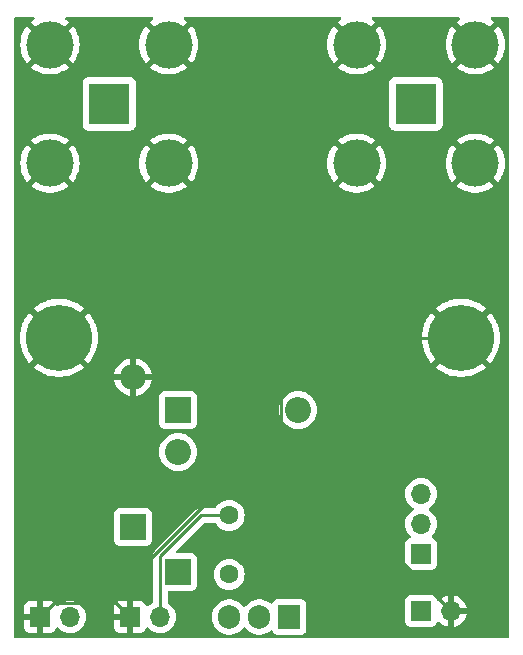
<source format=gbl>
G04 #@! TF.GenerationSoftware,KiCad,Pcbnew,7.0.2*
G04 #@! TF.CreationDate,2024-02-06T18:16:05+01:00*
G04 #@! TF.ProjectId,ebeamMeasurement,65626561-6d4d-4656-9173-7572656d656e,rev?*
G04 #@! TF.SameCoordinates,Original*
G04 #@! TF.FileFunction,Copper,L2,Bot*
G04 #@! TF.FilePolarity,Positive*
%FSLAX46Y46*%
G04 Gerber Fmt 4.6, Leading zero omitted, Abs format (unit mm)*
G04 Created by KiCad (PCBNEW 7.0.2) date 2024-02-06 18:16:05*
%MOMM*%
%LPD*%
G01*
G04 APERTURE LIST*
G04 #@! TA.AperFunction,ComponentPad*
%ADD10C,5.600000*%
G04 #@! TD*
G04 #@! TA.AperFunction,ComponentPad*
%ADD11R,1.905000X2.000000*%
G04 #@! TD*
G04 #@! TA.AperFunction,ComponentPad*
%ADD12O,1.905000X2.000000*%
G04 #@! TD*
G04 #@! TA.AperFunction,ComponentPad*
%ADD13R,1.700000X1.700000*%
G04 #@! TD*
G04 #@! TA.AperFunction,ComponentPad*
%ADD14O,1.700000X1.700000*%
G04 #@! TD*
G04 #@! TA.AperFunction,ComponentPad*
%ADD15R,3.500000X3.500000*%
G04 #@! TD*
G04 #@! TA.AperFunction,ComponentPad*
%ADD16C,4.000000*%
G04 #@! TD*
G04 #@! TA.AperFunction,ComponentPad*
%ADD17C,1.600000*%
G04 #@! TD*
G04 #@! TA.AperFunction,ComponentPad*
%ADD18R,2.200000X2.200000*%
G04 #@! TD*
G04 #@! TA.AperFunction,ComponentPad*
%ADD19O,2.200000X2.200000*%
G04 #@! TD*
G04 #@! TA.AperFunction,ViaPad*
%ADD20C,0.800000*%
G04 #@! TD*
G04 #@! TA.AperFunction,Conductor*
%ADD21C,0.250000*%
G04 #@! TD*
G04 APERTURE END LIST*
D10*
G04 #@! TO.P,REF\u002A\u002A,1*
G04 #@! TO.N,GND*
X50292000Y-65786000D03*
G04 #@! TD*
G04 #@! TO.P,REF\u002A\u002A,1*
G04 #@! TO.N,GND*
X84328000Y-65786000D03*
G04 #@! TD*
D11*
G04 #@! TO.P,U2,1,ADJ*
G04 #@! TO.N,Net-(D2-A)*
X69789000Y-89408000D03*
D12*
G04 #@! TO.P,U2,2,VO*
G04 #@! TO.N,+5V*
X67249000Y-89408000D03*
G04 #@! TO.P,U2,3,VI*
G04 #@! TO.N,Net-(D1-K)*
X64709000Y-89408000D03*
G04 #@! TD*
D13*
G04 #@! TO.P,JP1,1,A*
G04 #@! TO.N,Net-(J5-Pin_1)*
X80960000Y-84074000D03*
D14*
G04 #@! TO.P,JP1,2,C*
G04 #@! TO.N,Net-(JP1-C)*
X80960000Y-81534000D03*
G04 #@! TO.P,JP1,3,B*
G04 #@! TO.N,Net-(D4-A)*
X80960000Y-78994000D03*
G04 #@! TD*
D13*
G04 #@! TO.P,J5,1,Pin_1*
G04 #@! TO.N,Net-(J5-Pin_1)*
X80955000Y-88915000D03*
D14*
G04 #@! TO.P,J5,2,Pin_2*
G04 #@! TO.N,GND*
X83495000Y-88915000D03*
G04 #@! TD*
D13*
G04 #@! TO.P,J4,1,Pin_1*
G04 #@! TO.N,GND*
X48697000Y-89408000D03*
D14*
G04 #@! TO.P,J4,2,Pin_2*
G04 #@! TO.N,+5V*
X51237000Y-89408000D03*
G04 #@! TD*
D13*
G04 #@! TO.P,J3,1,Pin_1*
G04 #@! TO.N,GND*
X56322000Y-89408000D03*
D14*
G04 #@! TO.P,J3,2,Pin_2*
G04 #@! TO.N,VCC*
X58862000Y-89408000D03*
G04 #@! TD*
D15*
G04 #@! TO.P,J2,1,In*
G04 #@! TO.N,Net-(J2-In)*
X80518000Y-45974000D03*
D16*
G04 #@! TO.P,J2,2,Ext*
G04 #@! TO.N,GND*
X75493000Y-50999000D03*
X85543000Y-50999000D03*
X85543000Y-40949000D03*
X75493000Y-40949000D03*
G04 #@! TD*
D15*
G04 #@! TO.P,J1,1,In*
G04 #@! TO.N,Net-(J1-In)*
X54555000Y-45974000D03*
D16*
G04 #@! TO.P,J1,2,Ext*
G04 #@! TO.N,GND*
X49530000Y-50999000D03*
X59580000Y-50999000D03*
X59580000Y-40949000D03*
X49530000Y-40949000D03*
G04 #@! TD*
D17*
G04 #@! TO.P,F1,2*
G04 #@! TO.N,Net-(D1-K)*
X64709000Y-85812000D03*
G04 #@! TO.P,F1,1*
G04 #@! TO.N,VCC*
X64709000Y-80812000D03*
G04 #@! TD*
D18*
G04 #@! TO.P,D3,1,K*
G04 #@! TO.N,Net-(D1-K)*
X56576000Y-81788000D03*
D19*
G04 #@! TO.P,D3,2,A*
G04 #@! TO.N,GND*
X56576000Y-69088000D03*
G04 #@! TD*
D18*
G04 #@! TO.P,D2,1,K*
G04 #@! TO.N,+5V*
X60386000Y-71882000D03*
D19*
G04 #@! TO.P,D2,2,A*
G04 #@! TO.N,Net-(D2-A)*
X70546000Y-71882000D03*
G04 #@! TD*
D18*
G04 #@! TO.P,D1,1,K*
G04 #@! TO.N,Net-(D1-K)*
X60386000Y-85598000D03*
D19*
G04 #@! TO.P,D1,2,A*
G04 #@! TO.N,+5V*
X60386000Y-75438000D03*
G04 #@! TD*
D20*
G04 #@! TO.N,GND*
X70104000Y-68834000D03*
X69088000Y-63500000D03*
X68326000Y-58928000D03*
X68514000Y-83312000D03*
X74102000Y-81534000D03*
G04 #@! TD*
D21*
G04 #@! TO.N,GND*
X50292000Y-65786000D02*
X53594000Y-69088000D01*
X53594000Y-69088000D02*
X56576000Y-69088000D01*
X70104000Y-68834000D02*
X73152000Y-65786000D01*
X73152000Y-65786000D02*
X84328000Y-65786000D01*
X70104000Y-68834000D02*
X69121000Y-69817000D01*
X69121000Y-69817000D02*
X69121000Y-80943745D01*
X69121000Y-80943745D02*
X68514000Y-81550745D01*
X69088000Y-59690000D02*
X69088000Y-63500000D01*
X68326000Y-58928000D02*
X69088000Y-59690000D01*
X68514000Y-83312000D02*
X68514000Y-81550745D01*
X68514000Y-81550745D02*
X65703255Y-78740000D01*
X65703255Y-78740000D02*
X63757604Y-78740000D01*
X63757604Y-78740000D02*
X56322000Y-86175604D01*
X56322000Y-86175604D02*
X56322000Y-89408000D01*
X48697000Y-89408000D02*
X49872000Y-88233000D01*
X49872000Y-88233000D02*
X55147000Y-88233000D01*
X55147000Y-88233000D02*
X56322000Y-89408000D01*
G04 #@! TO.N,VCC*
X58862000Y-89408000D02*
X58862000Y-84272000D01*
X58862000Y-84272000D02*
X62322000Y-80812000D01*
X62322000Y-80812000D02*
X64709000Y-80812000D01*
G04 #@! TO.N,GND*
X76114000Y-81534000D02*
X83495000Y-88915000D01*
X74102000Y-81534000D02*
X76114000Y-81534000D01*
G04 #@! TD*
G04 #@! TA.AperFunction,Conductor*
G04 #@! TO.N,GND*
G36*
X48183812Y-38628185D02*
G01*
X48229567Y-38680989D01*
X48239511Y-38750147D01*
X48210486Y-38813703D01*
X48183669Y-38836804D01*
X48187784Y-38834008D01*
X47944971Y-39010419D01*
X49204052Y-40269501D01*
X49191109Y-40274213D01*
X49044627Y-40370555D01*
X48924312Y-40498082D01*
X48851553Y-40624104D01*
X47594286Y-39366838D01*
X47594285Y-39366838D01*
X47505940Y-39473631D01*
X47501373Y-39479917D01*
X47336987Y-39738948D01*
X47333243Y-39745759D01*
X47202622Y-40023342D01*
X47199759Y-40030573D01*
X47104959Y-40322336D01*
X47103023Y-40329875D01*
X47045538Y-40631220D01*
X47044564Y-40638940D01*
X47025302Y-40945105D01*
X47025302Y-40952894D01*
X47044564Y-41259059D01*
X47045538Y-41266779D01*
X47103023Y-41568124D01*
X47104959Y-41575663D01*
X47199759Y-41867426D01*
X47202622Y-41874657D01*
X47333243Y-42152240D01*
X47336987Y-42159051D01*
X47501368Y-42418075D01*
X47505949Y-42424380D01*
X47594286Y-42531160D01*
X48852804Y-41272642D01*
X48876059Y-41326553D01*
X48980756Y-41467185D01*
X49115062Y-41579882D01*
X49206665Y-41625886D01*
X47944971Y-42887579D01*
X47944972Y-42887580D01*
X48184620Y-43061694D01*
X48191210Y-43065876D01*
X48460032Y-43213662D01*
X48467071Y-43216975D01*
X48752307Y-43329907D01*
X48759702Y-43332310D01*
X49056837Y-43408602D01*
X49064495Y-43410063D01*
X49368846Y-43448511D01*
X49376608Y-43449000D01*
X49683392Y-43449000D01*
X49691153Y-43448511D01*
X49995504Y-43410063D01*
X50003162Y-43408602D01*
X50300297Y-43332310D01*
X50307692Y-43329907D01*
X50592928Y-43216975D01*
X50599967Y-43213662D01*
X50868798Y-43065872D01*
X50875368Y-43061702D01*
X51115026Y-42887579D01*
X51115027Y-42887579D01*
X49855945Y-41628498D01*
X49868891Y-41623787D01*
X50015373Y-41527445D01*
X50135688Y-41399918D01*
X50208447Y-41273894D01*
X51465712Y-42531160D01*
X51554054Y-42424374D01*
X51558630Y-42418076D01*
X51723012Y-42159051D01*
X51726756Y-42152240D01*
X51857377Y-41874657D01*
X51860240Y-41867426D01*
X51955040Y-41575663D01*
X51956976Y-41568124D01*
X52014461Y-41266779D01*
X52015435Y-41259059D01*
X52034698Y-40952894D01*
X52034698Y-40945105D01*
X52015435Y-40638940D01*
X52014461Y-40631220D01*
X51956976Y-40329875D01*
X51955040Y-40322336D01*
X51860240Y-40030573D01*
X51857377Y-40023342D01*
X51726756Y-39745759D01*
X51723012Y-39738948D01*
X51558631Y-39479924D01*
X51554050Y-39473619D01*
X51465712Y-39366838D01*
X50207195Y-40625356D01*
X50183941Y-40571447D01*
X50079244Y-40430815D01*
X49944938Y-40318118D01*
X49853333Y-40272112D01*
X51115027Y-39010419D01*
X51115026Y-39010418D01*
X50872216Y-38834007D01*
X50876611Y-38836994D01*
X50830734Y-38784667D01*
X50820389Y-38715567D01*
X50849043Y-38651844D01*
X50907601Y-38613728D01*
X50943227Y-38608500D01*
X58166773Y-38608500D01*
X58233812Y-38628185D01*
X58279567Y-38680989D01*
X58289511Y-38750147D01*
X58260486Y-38813703D01*
X58233669Y-38836804D01*
X58237784Y-38834008D01*
X57994971Y-39010419D01*
X59254052Y-40269501D01*
X59241109Y-40274213D01*
X59094627Y-40370555D01*
X58974312Y-40498082D01*
X58901553Y-40624105D01*
X57644286Y-39366838D01*
X57644285Y-39366838D01*
X57555940Y-39473631D01*
X57551373Y-39479917D01*
X57386987Y-39738948D01*
X57383243Y-39745759D01*
X57252622Y-40023342D01*
X57249759Y-40030573D01*
X57154959Y-40322336D01*
X57153023Y-40329875D01*
X57095538Y-40631220D01*
X57094564Y-40638940D01*
X57075302Y-40945105D01*
X57075302Y-40952894D01*
X57094564Y-41259059D01*
X57095538Y-41266779D01*
X57153023Y-41568124D01*
X57154959Y-41575663D01*
X57249759Y-41867426D01*
X57252622Y-41874657D01*
X57383243Y-42152240D01*
X57386987Y-42159051D01*
X57551368Y-42418075D01*
X57555949Y-42424380D01*
X57644286Y-42531160D01*
X58902804Y-41272642D01*
X58926059Y-41326553D01*
X59030756Y-41467185D01*
X59165062Y-41579882D01*
X59256665Y-41625886D01*
X57994971Y-42887579D01*
X57994972Y-42887580D01*
X58234620Y-43061694D01*
X58241210Y-43065876D01*
X58510032Y-43213662D01*
X58517071Y-43216975D01*
X58802307Y-43329907D01*
X58809702Y-43332310D01*
X59106837Y-43408602D01*
X59114495Y-43410063D01*
X59418846Y-43448511D01*
X59426608Y-43449000D01*
X59733392Y-43449000D01*
X59741153Y-43448511D01*
X60045504Y-43410063D01*
X60053162Y-43408602D01*
X60350297Y-43332310D01*
X60357692Y-43329907D01*
X60642928Y-43216975D01*
X60649967Y-43213662D01*
X60918798Y-43065872D01*
X60925368Y-43061702D01*
X61165026Y-42887579D01*
X61165027Y-42887579D01*
X59905945Y-41628498D01*
X59918891Y-41623787D01*
X60065373Y-41527445D01*
X60185688Y-41399918D01*
X60258446Y-41273894D01*
X61515712Y-42531160D01*
X61604054Y-42424374D01*
X61608630Y-42418076D01*
X61773012Y-42159051D01*
X61776756Y-42152240D01*
X61907377Y-41874657D01*
X61910240Y-41867426D01*
X62005040Y-41575663D01*
X62006976Y-41568124D01*
X62064461Y-41266779D01*
X62065435Y-41259059D01*
X62084698Y-40952894D01*
X62084698Y-40945105D01*
X62065435Y-40638940D01*
X62064461Y-40631220D01*
X62006976Y-40329875D01*
X62005040Y-40322336D01*
X61910240Y-40030573D01*
X61907377Y-40023342D01*
X61776756Y-39745759D01*
X61773012Y-39738948D01*
X61608631Y-39479924D01*
X61604050Y-39473619D01*
X61515712Y-39366838D01*
X60257195Y-40625355D01*
X60233941Y-40571447D01*
X60129244Y-40430815D01*
X59994938Y-40318118D01*
X59903333Y-40272112D01*
X61165027Y-39010419D01*
X61165026Y-39010418D01*
X60922216Y-38834007D01*
X60926611Y-38836994D01*
X60880734Y-38784667D01*
X60870389Y-38715567D01*
X60899043Y-38651844D01*
X60957601Y-38613728D01*
X60993227Y-38608500D01*
X74079773Y-38608500D01*
X74146812Y-38628185D01*
X74192567Y-38680989D01*
X74202511Y-38750147D01*
X74173486Y-38813703D01*
X74146669Y-38836804D01*
X74150784Y-38834008D01*
X73907971Y-39010419D01*
X75167054Y-40269501D01*
X75154109Y-40274213D01*
X75007627Y-40370555D01*
X74887312Y-40498082D01*
X74814553Y-40624105D01*
X73557286Y-39366838D01*
X73557285Y-39366838D01*
X73468940Y-39473631D01*
X73464373Y-39479917D01*
X73299987Y-39738948D01*
X73296243Y-39745759D01*
X73165622Y-40023342D01*
X73162759Y-40030573D01*
X73067959Y-40322336D01*
X73066023Y-40329875D01*
X73008538Y-40631220D01*
X73007564Y-40638940D01*
X72988302Y-40945105D01*
X72988302Y-40952894D01*
X73007564Y-41259059D01*
X73008538Y-41266779D01*
X73066023Y-41568124D01*
X73067959Y-41575663D01*
X73162759Y-41867426D01*
X73165622Y-41874657D01*
X73296243Y-42152240D01*
X73299987Y-42159051D01*
X73464368Y-42418075D01*
X73468949Y-42424380D01*
X73557286Y-42531160D01*
X74815804Y-41272642D01*
X74839059Y-41326553D01*
X74943756Y-41467185D01*
X75078062Y-41579882D01*
X75169665Y-41625886D01*
X73907971Y-42887579D01*
X73907972Y-42887580D01*
X74147620Y-43061694D01*
X74154210Y-43065876D01*
X74423032Y-43213662D01*
X74430071Y-43216975D01*
X74715307Y-43329907D01*
X74722702Y-43332310D01*
X75019837Y-43408602D01*
X75027495Y-43410063D01*
X75331846Y-43448511D01*
X75339608Y-43449000D01*
X75646392Y-43449000D01*
X75654153Y-43448511D01*
X75958504Y-43410063D01*
X75966162Y-43408602D01*
X76263297Y-43332310D01*
X76270692Y-43329907D01*
X76555928Y-43216975D01*
X76562967Y-43213662D01*
X76831798Y-43065872D01*
X76838368Y-43061702D01*
X77078026Y-42887579D01*
X77078027Y-42887579D01*
X75818945Y-41628498D01*
X75831891Y-41623787D01*
X75978373Y-41527445D01*
X76098688Y-41399918D01*
X76171447Y-41273894D01*
X77428712Y-42531160D01*
X77517054Y-42424374D01*
X77521630Y-42418076D01*
X77686012Y-42159051D01*
X77689756Y-42152240D01*
X77820377Y-41874657D01*
X77823240Y-41867426D01*
X77918040Y-41575663D01*
X77919976Y-41568124D01*
X77977461Y-41266779D01*
X77978435Y-41259059D01*
X77997698Y-40952894D01*
X77997698Y-40945105D01*
X77978435Y-40638940D01*
X77977461Y-40631220D01*
X77919976Y-40329875D01*
X77918040Y-40322336D01*
X77823240Y-40030573D01*
X77820377Y-40023342D01*
X77689756Y-39745759D01*
X77686012Y-39738948D01*
X77521631Y-39479924D01*
X77517050Y-39473619D01*
X77428712Y-39366838D01*
X76170195Y-40625356D01*
X76146941Y-40571447D01*
X76042244Y-40430815D01*
X75907938Y-40318118D01*
X75816334Y-40272113D01*
X77078027Y-39010419D01*
X77078026Y-39010418D01*
X76835216Y-38834007D01*
X76839611Y-38836994D01*
X76793734Y-38784667D01*
X76783389Y-38715567D01*
X76812043Y-38651844D01*
X76870601Y-38613728D01*
X76906227Y-38608500D01*
X84129773Y-38608500D01*
X84196812Y-38628185D01*
X84242567Y-38680989D01*
X84252511Y-38750147D01*
X84223486Y-38813703D01*
X84196669Y-38836804D01*
X84200784Y-38834008D01*
X83957971Y-39010419D01*
X85217054Y-40269501D01*
X85204109Y-40274213D01*
X85057627Y-40370555D01*
X84937312Y-40498082D01*
X84864553Y-40624105D01*
X83607286Y-39366838D01*
X83607285Y-39366838D01*
X83518940Y-39473631D01*
X83514373Y-39479917D01*
X83349987Y-39738948D01*
X83346243Y-39745759D01*
X83215622Y-40023342D01*
X83212759Y-40030573D01*
X83117959Y-40322336D01*
X83116023Y-40329875D01*
X83058538Y-40631220D01*
X83057564Y-40638940D01*
X83038302Y-40945105D01*
X83038302Y-40952894D01*
X83057564Y-41259059D01*
X83058538Y-41266779D01*
X83116023Y-41568124D01*
X83117959Y-41575663D01*
X83212759Y-41867426D01*
X83215622Y-41874657D01*
X83346243Y-42152240D01*
X83349987Y-42159051D01*
X83514368Y-42418075D01*
X83518949Y-42424380D01*
X83607286Y-42531160D01*
X84865804Y-41272642D01*
X84889059Y-41326553D01*
X84993756Y-41467185D01*
X85128062Y-41579882D01*
X85219665Y-41625886D01*
X83957971Y-42887579D01*
X83957972Y-42887580D01*
X84197620Y-43061694D01*
X84204210Y-43065876D01*
X84473032Y-43213662D01*
X84480071Y-43216975D01*
X84765307Y-43329907D01*
X84772702Y-43332310D01*
X85069837Y-43408602D01*
X85077495Y-43410063D01*
X85381846Y-43448511D01*
X85389608Y-43449000D01*
X85696392Y-43449000D01*
X85704153Y-43448511D01*
X86008504Y-43410063D01*
X86016162Y-43408602D01*
X86313297Y-43332310D01*
X86320692Y-43329907D01*
X86605928Y-43216975D01*
X86612967Y-43213662D01*
X86881798Y-43065872D01*
X86888368Y-43061702D01*
X87128026Y-42887579D01*
X87128027Y-42887579D01*
X85868945Y-41628498D01*
X85881891Y-41623787D01*
X86028373Y-41527445D01*
X86148688Y-41399918D01*
X86221446Y-41273894D01*
X87478712Y-42531160D01*
X87567054Y-42424374D01*
X87571630Y-42418076D01*
X87736012Y-42159051D01*
X87739756Y-42152240D01*
X87870377Y-41874657D01*
X87873240Y-41867426D01*
X87968040Y-41575663D01*
X87969976Y-41568124D01*
X88027461Y-41266779D01*
X88028435Y-41259059D01*
X88047698Y-40952894D01*
X88047698Y-40945105D01*
X88028435Y-40638940D01*
X88027461Y-40631220D01*
X87969976Y-40329875D01*
X87968040Y-40322336D01*
X87873240Y-40030573D01*
X87870377Y-40023342D01*
X87739756Y-39745759D01*
X87736012Y-39738948D01*
X87571631Y-39479924D01*
X87567050Y-39473619D01*
X87478712Y-39366838D01*
X86220195Y-40625355D01*
X86196941Y-40571447D01*
X86092244Y-40430815D01*
X85957938Y-40318118D01*
X85866334Y-40272113D01*
X87128027Y-39010419D01*
X87128026Y-39010418D01*
X86885216Y-38834007D01*
X86889611Y-38836994D01*
X86843734Y-38784667D01*
X86833389Y-38715567D01*
X86862043Y-38651844D01*
X86920601Y-38613728D01*
X86956227Y-38608500D01*
X88267500Y-38608500D01*
X88334539Y-38628185D01*
X88380294Y-38680989D01*
X88391500Y-38732500D01*
X88391500Y-91061500D01*
X88371815Y-91128539D01*
X88319011Y-91174294D01*
X88267500Y-91185500D01*
X46606500Y-91185500D01*
X46539461Y-91165815D01*
X46493706Y-91113011D01*
X46482500Y-91061500D01*
X46482500Y-90302518D01*
X47347000Y-90302518D01*
X47347354Y-90309132D01*
X47353400Y-90365371D01*
X47403647Y-90500089D01*
X47489811Y-90615188D01*
X47604910Y-90701352D01*
X47739628Y-90751599D01*
X47795867Y-90757645D01*
X47802482Y-90758000D01*
X48447000Y-90758000D01*
X48447000Y-89843501D01*
X48554685Y-89892680D01*
X48661237Y-89908000D01*
X48732763Y-89908000D01*
X48839315Y-89892680D01*
X48947000Y-89843501D01*
X48947000Y-90758000D01*
X49591518Y-90758000D01*
X49598132Y-90757645D01*
X49654371Y-90751599D01*
X49789089Y-90701352D01*
X49904188Y-90615188D01*
X49990352Y-90500089D01*
X50039422Y-90368528D01*
X50081294Y-90312595D01*
X50146758Y-90288178D01*
X50215031Y-90303030D01*
X50243285Y-90324181D01*
X50365599Y-90446495D01*
X50559170Y-90582035D01*
X50773337Y-90681903D01*
X51001592Y-90743063D01*
X51237000Y-90763659D01*
X51472408Y-90743063D01*
X51700663Y-90681903D01*
X51914830Y-90582035D01*
X52108401Y-90446495D01*
X52252378Y-90302518D01*
X54972000Y-90302518D01*
X54972354Y-90309132D01*
X54978400Y-90365371D01*
X55028647Y-90500089D01*
X55114811Y-90615188D01*
X55229910Y-90701352D01*
X55364628Y-90751599D01*
X55420867Y-90757645D01*
X55427482Y-90758000D01*
X56072000Y-90758000D01*
X56072000Y-89843501D01*
X56179685Y-89892680D01*
X56286237Y-89908000D01*
X56357763Y-89908000D01*
X56464315Y-89892680D01*
X56572000Y-89843501D01*
X56572000Y-90758000D01*
X57216518Y-90758000D01*
X57223132Y-90757645D01*
X57279371Y-90751599D01*
X57414089Y-90701352D01*
X57529188Y-90615188D01*
X57615352Y-90500089D01*
X57664422Y-90368528D01*
X57706294Y-90312595D01*
X57771758Y-90288178D01*
X57840031Y-90303030D01*
X57868285Y-90324181D01*
X57990599Y-90446495D01*
X58184170Y-90582035D01*
X58398337Y-90681903D01*
X58626592Y-90743063D01*
X58862000Y-90763659D01*
X59097408Y-90743063D01*
X59325663Y-90681903D01*
X59539830Y-90582035D01*
X59733401Y-90446495D01*
X59900495Y-90279401D01*
X60036035Y-90085830D01*
X60135903Y-89871663D01*
X60197063Y-89643408D01*
X60208245Y-89515600D01*
X63256000Y-89515600D01*
X63264472Y-89617844D01*
X63270905Y-89695477D01*
X63330017Y-89928906D01*
X63398851Y-90085830D01*
X63426745Y-90149422D01*
X63558449Y-90351010D01*
X63721537Y-90528171D01*
X63911561Y-90676072D01*
X64123336Y-90790679D01*
X64351087Y-90868866D01*
X64588601Y-90908500D01*
X64829399Y-90908500D01*
X65066913Y-90868866D01*
X65294664Y-90790679D01*
X65506439Y-90676072D01*
X65696463Y-90528171D01*
X65859551Y-90351010D01*
X65875191Y-90327070D01*
X65928337Y-90281714D01*
X65997569Y-90272290D01*
X66060905Y-90301792D01*
X66082808Y-90327070D01*
X66098449Y-90351010D01*
X66261537Y-90528171D01*
X66451561Y-90676072D01*
X66663336Y-90790679D01*
X66891087Y-90868866D01*
X67128601Y-90908500D01*
X67369399Y-90908500D01*
X67606913Y-90868866D01*
X67834664Y-90790679D01*
X68046439Y-90676072D01*
X68188930Y-90565166D01*
X68253924Y-90539524D01*
X68322464Y-90553090D01*
X68372788Y-90601559D01*
X68381273Y-90619685D01*
X68392702Y-90650328D01*
X68392703Y-90650330D01*
X68392704Y-90650331D01*
X68478954Y-90765546D01*
X68594169Y-90851796D01*
X68729017Y-90902091D01*
X68788627Y-90908500D01*
X70789372Y-90908499D01*
X70848983Y-90902091D01*
X70983831Y-90851796D01*
X71099046Y-90765546D01*
X71185296Y-90650331D01*
X71235591Y-90515483D01*
X71242000Y-90455873D01*
X71242000Y-89809578D01*
X79604500Y-89809578D01*
X79604501Y-89812872D01*
X79604853Y-89816152D01*
X79604854Y-89816159D01*
X79610821Y-89871662D01*
X79610909Y-89872483D01*
X79661204Y-90007331D01*
X79747454Y-90122546D01*
X79862669Y-90208796D01*
X79997517Y-90259091D01*
X80057127Y-90265500D01*
X81852872Y-90265499D01*
X81912483Y-90259091D01*
X82047331Y-90208796D01*
X82162546Y-90122546D01*
X82248796Y-90007331D01*
X82298003Y-89875399D01*
X82339873Y-89819467D01*
X82405337Y-89795050D01*
X82473610Y-89809901D01*
X82501865Y-89831053D01*
X82623918Y-89953106D01*
X82817423Y-90088600D01*
X83031509Y-90188430D01*
X83245000Y-90245634D01*
X83245000Y-89350501D01*
X83352685Y-89399680D01*
X83459237Y-89415000D01*
X83530763Y-89415000D01*
X83637315Y-89399680D01*
X83745000Y-89350501D01*
X83745000Y-90245633D01*
X83958490Y-90188430D01*
X84172576Y-90088600D01*
X84366081Y-89953106D01*
X84533106Y-89786081D01*
X84668600Y-89592576D01*
X84768430Y-89378492D01*
X84825636Y-89165000D01*
X83928686Y-89165000D01*
X83954493Y-89124844D01*
X83995000Y-88986889D01*
X83995000Y-88843111D01*
X83954493Y-88705156D01*
X83928686Y-88665000D01*
X84825636Y-88665000D01*
X84825635Y-88664999D01*
X84768430Y-88451507D01*
X84668599Y-88237421D01*
X84533109Y-88043921D01*
X84366081Y-87876893D01*
X84172576Y-87741399D01*
X83958492Y-87641569D01*
X83745000Y-87584364D01*
X83745000Y-88479498D01*
X83637315Y-88430320D01*
X83530763Y-88415000D01*
X83459237Y-88415000D01*
X83352685Y-88430320D01*
X83245000Y-88479498D01*
X83245000Y-87584364D01*
X83244999Y-87584364D01*
X83031507Y-87641569D01*
X82817421Y-87741400D01*
X82623924Y-87876888D01*
X82501865Y-87998947D01*
X82440542Y-88032431D01*
X82370850Y-88027447D01*
X82314917Y-87985575D01*
X82298002Y-87954598D01*
X82282826Y-87913909D01*
X82248796Y-87822669D01*
X82162546Y-87707454D01*
X82047331Y-87621204D01*
X81912483Y-87570909D01*
X81852873Y-87564500D01*
X81849550Y-87564500D01*
X80060439Y-87564500D01*
X80060420Y-87564500D01*
X80057128Y-87564501D01*
X80053848Y-87564853D01*
X80053840Y-87564854D01*
X79997515Y-87570909D01*
X79862669Y-87621204D01*
X79747454Y-87707454D01*
X79661204Y-87822668D01*
X79610909Y-87957516D01*
X79606455Y-87998947D01*
X79604500Y-88017127D01*
X79604500Y-88020448D01*
X79604500Y-88020449D01*
X79604500Y-89809560D01*
X79604500Y-89809578D01*
X71242000Y-89809578D01*
X71241999Y-88360128D01*
X71235591Y-88300517D01*
X71185296Y-88165669D01*
X71099046Y-88050454D01*
X70983831Y-87964204D01*
X70848983Y-87913909D01*
X70789373Y-87907500D01*
X70786050Y-87907500D01*
X68791939Y-87907500D01*
X68791920Y-87907500D01*
X68788628Y-87907501D01*
X68785348Y-87907853D01*
X68785340Y-87907854D01*
X68729015Y-87913909D01*
X68594169Y-87964204D01*
X68478954Y-88050454D01*
X68392703Y-88165670D01*
X68381273Y-88196315D01*
X68339400Y-88252248D01*
X68273936Y-88276663D01*
X68205663Y-88261810D01*
X68188930Y-88250833D01*
X68171698Y-88237421D01*
X68046439Y-88139928D01*
X67834664Y-88025321D01*
X67834660Y-88025319D01*
X67834659Y-88025319D01*
X67606915Y-87947134D01*
X67369399Y-87907500D01*
X67128601Y-87907500D01*
X66891084Y-87947134D01*
X66663340Y-88025319D01*
X66663336Y-88025320D01*
X66663336Y-88025321D01*
X66522152Y-88101725D01*
X66451559Y-88139929D01*
X66261536Y-88287829D01*
X66098445Y-88464994D01*
X66082805Y-88488932D01*
X66029657Y-88534287D01*
X65960426Y-88543708D01*
X65897091Y-88514204D01*
X65875192Y-88488930D01*
X65859551Y-88464990D01*
X65696463Y-88287829D01*
X65506439Y-88139928D01*
X65294664Y-88025321D01*
X65294660Y-88025319D01*
X65294659Y-88025319D01*
X65066915Y-87947134D01*
X64829399Y-87907500D01*
X64588601Y-87907500D01*
X64351084Y-87947134D01*
X64123340Y-88025319D01*
X64123336Y-88025320D01*
X64123336Y-88025321D01*
X63982152Y-88101725D01*
X63911559Y-88139929D01*
X63721536Y-88287829D01*
X63558448Y-88464991D01*
X63426745Y-88666577D01*
X63330017Y-88887093D01*
X63270905Y-89120522D01*
X63265445Y-89186411D01*
X63256000Y-89300400D01*
X63256000Y-89515600D01*
X60208245Y-89515600D01*
X60217659Y-89408000D01*
X60197063Y-89172592D01*
X60135903Y-88944337D01*
X60036035Y-88730171D01*
X59900495Y-88536599D01*
X59733401Y-88369505D01*
X59540374Y-88234346D01*
X59496752Y-88179771D01*
X59487500Y-88132773D01*
X59487500Y-87322499D01*
X59507185Y-87255460D01*
X59559989Y-87209705D01*
X59611500Y-87198499D01*
X61530561Y-87198499D01*
X61533872Y-87198499D01*
X61593483Y-87192091D01*
X61728331Y-87141796D01*
X61843546Y-87055546D01*
X61929796Y-86940331D01*
X61980091Y-86805483D01*
X61986500Y-86745873D01*
X61986500Y-85812000D01*
X63403531Y-85812000D01*
X63423364Y-86038689D01*
X63482261Y-86258497D01*
X63578432Y-86464735D01*
X63708953Y-86651140D01*
X63869859Y-86812046D01*
X64056264Y-86942567D01*
X64056265Y-86942567D01*
X64056266Y-86942568D01*
X64262504Y-87038739D01*
X64482308Y-87097635D01*
X64633436Y-87110856D01*
X64708999Y-87117468D01*
X64708999Y-87117467D01*
X64709000Y-87117468D01*
X64935692Y-87097635D01*
X65155496Y-87038739D01*
X65361734Y-86942568D01*
X65548139Y-86812047D01*
X65709047Y-86651139D01*
X65839568Y-86464734D01*
X65935739Y-86258496D01*
X65994635Y-86038692D01*
X66014468Y-85812000D01*
X65994635Y-85585308D01*
X65935739Y-85365504D01*
X65839568Y-85159266D01*
X65750095Y-85031483D01*
X65709046Y-84972859D01*
X65548140Y-84811953D01*
X65361735Y-84681432D01*
X65155497Y-84585261D01*
X64935689Y-84526364D01*
X64708999Y-84506531D01*
X64482310Y-84526364D01*
X64262502Y-84585261D01*
X64056264Y-84681432D01*
X63869859Y-84811953D01*
X63708953Y-84972859D01*
X63578432Y-85159264D01*
X63482261Y-85365502D01*
X63423364Y-85585310D01*
X63403531Y-85812000D01*
X61986500Y-85812000D01*
X61986499Y-84450128D01*
X61980091Y-84390517D01*
X61929796Y-84255669D01*
X61843546Y-84140454D01*
X61728331Y-84054204D01*
X61593483Y-84003909D01*
X61533873Y-83997500D01*
X61530551Y-83997500D01*
X60320451Y-83997500D01*
X60253412Y-83977815D01*
X60207657Y-83925011D01*
X60197713Y-83855853D01*
X60226738Y-83792297D01*
X60232770Y-83785819D01*
X60686794Y-83331796D01*
X62544771Y-81473819D01*
X62606095Y-81440334D01*
X62632453Y-81437500D01*
X63494812Y-81437500D01*
X63561851Y-81457185D01*
X63596387Y-81490377D01*
X63708953Y-81651140D01*
X63869859Y-81812046D01*
X64056264Y-81942567D01*
X64056265Y-81942567D01*
X64056266Y-81942568D01*
X64262504Y-82038739D01*
X64482308Y-82097635D01*
X64633435Y-82110856D01*
X64708999Y-82117468D01*
X64708999Y-82117467D01*
X64709000Y-82117468D01*
X64935692Y-82097635D01*
X65155496Y-82038739D01*
X65361734Y-81942568D01*
X65548139Y-81812047D01*
X65709047Y-81651139D01*
X65791069Y-81533999D01*
X79604340Y-81533999D01*
X79624936Y-81769407D01*
X79669709Y-81936502D01*
X79686097Y-81997663D01*
X79785965Y-82211830D01*
X79921505Y-82405401D01*
X79921508Y-82405404D01*
X80043430Y-82527326D01*
X80076915Y-82588649D01*
X80071931Y-82658341D01*
X80030059Y-82714274D01*
X79999083Y-82731189D01*
X79867669Y-82780204D01*
X79752454Y-82866454D01*
X79666204Y-82981668D01*
X79615910Y-83116515D01*
X79615909Y-83116517D01*
X79609500Y-83176127D01*
X79609500Y-83179448D01*
X79609500Y-83179449D01*
X79609500Y-84968560D01*
X79609500Y-84968578D01*
X79609501Y-84971872D01*
X79615909Y-85031483D01*
X79666204Y-85166331D01*
X79752454Y-85281546D01*
X79867669Y-85367796D01*
X80002517Y-85418091D01*
X80062127Y-85424500D01*
X81857872Y-85424499D01*
X81917483Y-85418091D01*
X82052331Y-85367796D01*
X82167546Y-85281546D01*
X82253796Y-85166331D01*
X82304091Y-85031483D01*
X82310500Y-84971873D01*
X82310499Y-83176128D01*
X82304091Y-83116517D01*
X82253796Y-82981669D01*
X82167546Y-82866454D01*
X82052331Y-82780204D01*
X81990898Y-82757291D01*
X81920916Y-82731189D01*
X81864983Y-82689317D01*
X81840566Y-82623853D01*
X81855418Y-82555580D01*
X81876563Y-82527332D01*
X81998495Y-82405401D01*
X82134035Y-82211830D01*
X82233903Y-81997663D01*
X82295063Y-81769408D01*
X82315659Y-81534000D01*
X82295063Y-81298592D01*
X82233903Y-81070337D01*
X82134035Y-80856171D01*
X81998495Y-80662599D01*
X81831401Y-80495505D01*
X81645839Y-80365573D01*
X81602216Y-80310998D01*
X81595022Y-80241500D01*
X81626545Y-80179145D01*
X81645837Y-80162428D01*
X81831401Y-80032495D01*
X81998495Y-79865401D01*
X82134035Y-79671830D01*
X82233903Y-79457663D01*
X82295063Y-79229408D01*
X82315659Y-78994000D01*
X82295063Y-78758592D01*
X82233903Y-78530337D01*
X82134035Y-78316171D01*
X81998495Y-78122599D01*
X81831401Y-77955505D01*
X81637830Y-77819965D01*
X81423663Y-77720097D01*
X81362502Y-77703709D01*
X81195407Y-77658936D01*
X80960000Y-77638340D01*
X80724592Y-77658936D01*
X80496336Y-77720097D01*
X80282170Y-77819965D01*
X80088598Y-77955505D01*
X79921505Y-78122598D01*
X79785965Y-78316170D01*
X79686097Y-78530336D01*
X79624936Y-78758592D01*
X79604340Y-78993999D01*
X79624936Y-79229407D01*
X79669709Y-79396501D01*
X79686097Y-79457663D01*
X79785965Y-79671830D01*
X79921505Y-79865401D01*
X80088599Y-80032495D01*
X80274160Y-80162426D01*
X80317783Y-80217002D01*
X80324976Y-80286501D01*
X80293454Y-80348855D01*
X80274158Y-80365575D01*
X80159773Y-80445669D01*
X80088595Y-80495508D01*
X79921505Y-80662598D01*
X79785965Y-80856170D01*
X79686097Y-81070336D01*
X79624936Y-81298592D01*
X79604340Y-81533999D01*
X65791069Y-81533999D01*
X65839568Y-81464734D01*
X65935739Y-81258496D01*
X65994635Y-81038692D01*
X66014468Y-80812000D01*
X65994635Y-80585308D01*
X65935739Y-80365504D01*
X65839568Y-80159266D01*
X65709047Y-79972861D01*
X65709046Y-79972859D01*
X65548140Y-79811953D01*
X65361735Y-79681432D01*
X65155497Y-79585261D01*
X64935689Y-79526364D01*
X64709000Y-79506531D01*
X64482310Y-79526364D01*
X64262502Y-79585261D01*
X64056264Y-79681432D01*
X63869859Y-79811953D01*
X63708953Y-79972859D01*
X63596387Y-80133623D01*
X63541811Y-80177248D01*
X63494812Y-80186500D01*
X62404744Y-80186500D01*
X62384237Y-80184235D01*
X62314127Y-80186439D01*
X62310232Y-80186500D01*
X62282650Y-80186500D01*
X62278805Y-80186985D01*
X62278780Y-80186987D01*
X62278653Y-80187004D01*
X62267033Y-80187918D01*
X62223369Y-80189290D01*
X62204129Y-80194880D01*
X62185081Y-80198825D01*
X62165209Y-80201335D01*
X62124599Y-80217413D01*
X62113554Y-80221194D01*
X62071610Y-80233381D01*
X62054365Y-80243579D01*
X62036904Y-80252133D01*
X62018267Y-80259512D01*
X61982931Y-80285185D01*
X61973174Y-80291595D01*
X61935580Y-80313829D01*
X61921413Y-80327996D01*
X61906624Y-80340626D01*
X61890413Y-80352404D01*
X61862572Y-80386058D01*
X61854711Y-80394697D01*
X58478208Y-83771199D01*
X58462110Y-83784096D01*
X58414096Y-83835225D01*
X58411392Y-83838016D01*
X58394628Y-83854780D01*
X58394621Y-83854787D01*
X58391880Y-83857529D01*
X58389499Y-83860597D01*
X58389490Y-83860608D01*
X58389411Y-83860711D01*
X58381842Y-83869572D01*
X58351935Y-83901420D01*
X58342285Y-83918974D01*
X58331609Y-83935228D01*
X58319326Y-83951063D01*
X58301975Y-83991158D01*
X58296838Y-84001644D01*
X58275802Y-84039907D01*
X58270821Y-84059309D01*
X58264520Y-84077711D01*
X58256561Y-84096102D01*
X58249728Y-84139242D01*
X58247360Y-84150674D01*
X58236500Y-84192977D01*
X58236500Y-84213016D01*
X58234973Y-84232414D01*
X58231840Y-84252194D01*
X58235950Y-84295673D01*
X58236500Y-84307343D01*
X58236500Y-88132773D01*
X58216815Y-88199812D01*
X58183624Y-88234348D01*
X57990599Y-88369505D01*
X57868285Y-88491819D01*
X57806962Y-88525303D01*
X57737270Y-88520319D01*
X57681337Y-88478447D01*
X57664422Y-88447471D01*
X57615352Y-88315911D01*
X57529188Y-88200811D01*
X57414089Y-88114647D01*
X57279371Y-88064400D01*
X57223132Y-88058354D01*
X57216518Y-88058000D01*
X56572000Y-88058000D01*
X56572000Y-88972498D01*
X56464315Y-88923320D01*
X56357763Y-88908000D01*
X56286237Y-88908000D01*
X56179685Y-88923320D01*
X56072000Y-88972498D01*
X56072000Y-88058000D01*
X55427482Y-88058000D01*
X55420867Y-88058354D01*
X55364628Y-88064400D01*
X55229910Y-88114647D01*
X55114811Y-88200811D01*
X55028647Y-88315910D01*
X54978400Y-88450628D01*
X54972354Y-88506867D01*
X54972000Y-88513481D01*
X54972000Y-89158000D01*
X55888314Y-89158000D01*
X55862507Y-89198156D01*
X55822000Y-89336111D01*
X55822000Y-89479889D01*
X55862507Y-89617844D01*
X55888314Y-89658000D01*
X54972000Y-89658000D01*
X54972000Y-90302518D01*
X52252378Y-90302518D01*
X52275495Y-90279401D01*
X52411035Y-90085830D01*
X52510903Y-89871663D01*
X52572063Y-89643408D01*
X52592659Y-89408000D01*
X52572063Y-89172592D01*
X52510903Y-88944337D01*
X52411035Y-88730171D01*
X52275495Y-88536599D01*
X52108401Y-88369505D01*
X51914830Y-88233965D01*
X51700663Y-88134097D01*
X51628074Y-88114647D01*
X51472407Y-88072936D01*
X51237000Y-88052340D01*
X51001592Y-88072936D01*
X50773336Y-88134097D01*
X50559170Y-88233965D01*
X50365601Y-88369503D01*
X50243285Y-88491819D01*
X50181962Y-88525303D01*
X50112270Y-88520319D01*
X50056337Y-88478447D01*
X50039422Y-88447471D01*
X49990352Y-88315911D01*
X49904188Y-88200811D01*
X49789089Y-88114647D01*
X49654371Y-88064400D01*
X49598132Y-88058354D01*
X49591518Y-88058000D01*
X48947000Y-88058000D01*
X48947000Y-88972498D01*
X48839315Y-88923320D01*
X48732763Y-88908000D01*
X48661237Y-88908000D01*
X48554685Y-88923320D01*
X48447000Y-88972498D01*
X48447000Y-88058000D01*
X47802482Y-88058000D01*
X47795867Y-88058354D01*
X47739628Y-88064400D01*
X47604910Y-88114647D01*
X47489811Y-88200811D01*
X47403647Y-88315910D01*
X47353400Y-88450628D01*
X47347354Y-88506867D01*
X47347000Y-88513481D01*
X47347000Y-89158000D01*
X48263314Y-89158000D01*
X48237507Y-89198156D01*
X48197000Y-89336111D01*
X48197000Y-89479889D01*
X48237507Y-89617844D01*
X48263314Y-89658000D01*
X47347000Y-89658000D01*
X47347000Y-90302518D01*
X46482500Y-90302518D01*
X46482500Y-82932578D01*
X54975500Y-82932578D01*
X54975501Y-82935872D01*
X54981909Y-82995483D01*
X55032204Y-83130331D01*
X55118454Y-83245546D01*
X55233669Y-83331796D01*
X55368517Y-83382091D01*
X55428127Y-83388500D01*
X57723872Y-83388499D01*
X57783483Y-83382091D01*
X57918331Y-83331796D01*
X58033546Y-83245546D01*
X58119796Y-83130331D01*
X58170091Y-82995483D01*
X58176500Y-82935873D01*
X58176499Y-80640128D01*
X58170091Y-80580517D01*
X58119796Y-80445669D01*
X58033546Y-80330454D01*
X57918331Y-80244204D01*
X57783483Y-80193909D01*
X57723873Y-80187500D01*
X57720550Y-80187500D01*
X55431439Y-80187500D01*
X55431420Y-80187500D01*
X55428128Y-80187501D01*
X55424848Y-80187853D01*
X55424840Y-80187854D01*
X55368515Y-80193909D01*
X55233669Y-80244204D01*
X55118454Y-80330454D01*
X55032204Y-80445668D01*
X54981910Y-80580515D01*
X54981909Y-80580517D01*
X54975500Y-80640127D01*
X54975500Y-80643448D01*
X54975500Y-80643449D01*
X54975500Y-82932560D01*
X54975500Y-82932578D01*
X46482500Y-82932578D01*
X46482500Y-75437999D01*
X58780551Y-75437999D01*
X58800317Y-75689149D01*
X58859126Y-75934110D01*
X58907330Y-76050485D01*
X58955534Y-76166859D01*
X59087164Y-76381659D01*
X59250776Y-76573224D01*
X59442341Y-76736836D01*
X59657141Y-76868466D01*
X59889889Y-76964873D01*
X60134852Y-77023683D01*
X60386000Y-77043449D01*
X60637148Y-77023683D01*
X60882111Y-76964873D01*
X61114859Y-76868466D01*
X61329659Y-76736836D01*
X61521224Y-76573224D01*
X61684836Y-76381659D01*
X61816466Y-76166859D01*
X61912873Y-75934111D01*
X61971683Y-75689148D01*
X61991449Y-75438000D01*
X61971683Y-75186852D01*
X61912873Y-74941889D01*
X61816466Y-74709141D01*
X61684836Y-74494341D01*
X61521224Y-74302776D01*
X61329659Y-74139164D01*
X61114859Y-74007534D01*
X60998484Y-73959330D01*
X60882110Y-73911126D01*
X60637149Y-73852317D01*
X60386000Y-73832551D01*
X60134850Y-73852317D01*
X59889889Y-73911126D01*
X59657139Y-74007535D01*
X59442342Y-74139163D01*
X59250776Y-74302776D01*
X59087163Y-74494342D01*
X58955535Y-74709139D01*
X58859126Y-74941889D01*
X58800317Y-75186850D01*
X58780551Y-75437999D01*
X46482500Y-75437999D01*
X46482500Y-73026578D01*
X58785500Y-73026578D01*
X58785501Y-73029872D01*
X58791909Y-73089483D01*
X58842204Y-73224331D01*
X58928454Y-73339546D01*
X59043669Y-73425796D01*
X59178517Y-73476091D01*
X59238127Y-73482500D01*
X61533872Y-73482499D01*
X61593483Y-73476091D01*
X61728331Y-73425796D01*
X61843546Y-73339546D01*
X61929796Y-73224331D01*
X61980091Y-73089483D01*
X61986500Y-73029873D01*
X61986499Y-71882000D01*
X68940551Y-71882000D01*
X68960317Y-72133149D01*
X69019126Y-72378110D01*
X69067330Y-72494484D01*
X69115534Y-72610859D01*
X69247164Y-72825659D01*
X69410776Y-73017224D01*
X69602341Y-73180836D01*
X69817141Y-73312466D01*
X70049889Y-73408873D01*
X70294852Y-73467683D01*
X70546000Y-73487449D01*
X70797148Y-73467683D01*
X71042111Y-73408873D01*
X71274859Y-73312466D01*
X71489659Y-73180836D01*
X71681224Y-73017224D01*
X71844836Y-72825659D01*
X71976466Y-72610859D01*
X72072873Y-72378111D01*
X72131683Y-72133148D01*
X72151449Y-71882000D01*
X72131683Y-71630852D01*
X72072873Y-71385889D01*
X71976466Y-71153141D01*
X71844836Y-70938341D01*
X71681224Y-70746776D01*
X71489659Y-70583164D01*
X71274859Y-70451534D01*
X71158484Y-70403330D01*
X71042110Y-70355126D01*
X70797149Y-70296317D01*
X70546000Y-70276551D01*
X70294850Y-70296317D01*
X70049889Y-70355126D01*
X69817139Y-70451535D01*
X69602342Y-70583163D01*
X69410776Y-70746776D01*
X69247163Y-70938342D01*
X69115535Y-71153139D01*
X69019126Y-71385889D01*
X68960317Y-71630850D01*
X68940551Y-71882000D01*
X61986499Y-71882000D01*
X61986499Y-70734128D01*
X61980091Y-70674517D01*
X61929796Y-70539669D01*
X61843546Y-70424454D01*
X61728331Y-70338204D01*
X61593483Y-70287909D01*
X61533873Y-70281500D01*
X61530550Y-70281500D01*
X59241439Y-70281500D01*
X59241420Y-70281500D01*
X59238128Y-70281501D01*
X59234848Y-70281853D01*
X59234840Y-70281854D01*
X59178515Y-70287909D01*
X59043669Y-70338204D01*
X58928454Y-70424454D01*
X58842204Y-70539668D01*
X58791910Y-70674515D01*
X58791909Y-70674517D01*
X58785500Y-70734127D01*
X58785500Y-70737448D01*
X58785500Y-70737449D01*
X58785500Y-73026560D01*
X58785500Y-73026578D01*
X46482500Y-73026578D01*
X46482500Y-69338000D01*
X54990728Y-69338000D01*
X54990811Y-69339068D01*
X55049603Y-69583956D01*
X55145982Y-69816632D01*
X55277569Y-70031364D01*
X55441130Y-70222869D01*
X55632635Y-70386430D01*
X55847367Y-70518017D01*
X56080043Y-70614396D01*
X56324931Y-70673188D01*
X56325999Y-70673271D01*
X56326000Y-70673271D01*
X56326000Y-69579683D01*
X56354819Y-69597209D01*
X56500404Y-69638000D01*
X56613622Y-69638000D01*
X56725783Y-69622584D01*
X56825999Y-69579053D01*
X56826000Y-70673271D01*
X56827068Y-70673188D01*
X57071956Y-70614396D01*
X57304632Y-70518017D01*
X57519364Y-70386430D01*
X57710869Y-70222869D01*
X57874430Y-70031364D01*
X58006017Y-69816632D01*
X58102396Y-69583956D01*
X58161188Y-69339068D01*
X58161272Y-69338000D01*
X57070852Y-69338000D01*
X57119559Y-69200953D01*
X57129877Y-69050114D01*
X57099116Y-68902085D01*
X57065910Y-68838000D01*
X58161271Y-68838000D01*
X58161271Y-68837999D01*
X58161188Y-68836931D01*
X58102396Y-68592043D01*
X58006017Y-68359367D01*
X57874430Y-68144635D01*
X57710869Y-67953130D01*
X57519364Y-67789569D01*
X57304632Y-67657982D01*
X57071956Y-67561603D01*
X56827070Y-67502812D01*
X56826000Y-67502727D01*
X56826000Y-68596316D01*
X56797181Y-68578791D01*
X56651596Y-68538000D01*
X56538378Y-68538000D01*
X56426217Y-68553416D01*
X56325999Y-68596946D01*
X56325999Y-67502727D01*
X56324929Y-67502812D01*
X56080043Y-67561603D01*
X55847367Y-67657982D01*
X55632635Y-67789569D01*
X55441130Y-67953130D01*
X55277569Y-68144635D01*
X55145982Y-68359367D01*
X55049603Y-68592043D01*
X54990811Y-68836931D01*
X54990728Y-68837999D01*
X54990729Y-68838000D01*
X56081148Y-68838000D01*
X56032441Y-68975047D01*
X56022123Y-69125886D01*
X56052884Y-69273915D01*
X56086090Y-69338000D01*
X54990728Y-69338000D01*
X46482500Y-69338000D01*
X46482500Y-65789356D01*
X46987335Y-65789356D01*
X47006343Y-66139958D01*
X47007069Y-66146630D01*
X47063874Y-66493130D01*
X47065317Y-66499684D01*
X47159251Y-66838001D01*
X47161396Y-66844368D01*
X47291360Y-67170552D01*
X47294169Y-67176626D01*
X47458649Y-67486868D01*
X47462102Y-67492606D01*
X47659147Y-67783225D01*
X47663207Y-67788566D01*
X47788441Y-67936003D01*
X47788442Y-67936004D01*
X48994266Y-66730180D01*
X49157130Y-66920870D01*
X49347818Y-67083732D01*
X48139255Y-68292295D01*
X48150047Y-68302518D01*
X48155157Y-68306858D01*
X48434694Y-68519357D01*
X48440240Y-68523117D01*
X48741099Y-68704137D01*
X48747038Y-68707285D01*
X49065695Y-68854712D01*
X49071937Y-68857199D01*
X49404684Y-68969315D01*
X49411129Y-68971104D01*
X49754053Y-69046588D01*
X49760677Y-69047674D01*
X50109740Y-69085636D01*
X50116437Y-69086000D01*
X50467563Y-69086000D01*
X50474259Y-69085636D01*
X50823322Y-69047674D01*
X50829946Y-69046588D01*
X51172870Y-68971104D01*
X51179315Y-68969315D01*
X51512062Y-68857199D01*
X51518304Y-68854712D01*
X51836961Y-68707285D01*
X51842900Y-68704137D01*
X52143759Y-68523117D01*
X52149305Y-68519357D01*
X52428846Y-68306856D01*
X52433950Y-68302519D01*
X52444742Y-68292296D01*
X52444743Y-68292295D01*
X51236180Y-67083733D01*
X51426870Y-66920870D01*
X51589733Y-66730180D01*
X52795556Y-67936003D01*
X52795557Y-67936003D01*
X52920792Y-67788566D01*
X52924852Y-67783225D01*
X53121897Y-67492606D01*
X53125350Y-67486868D01*
X53289830Y-67176626D01*
X53292639Y-67170552D01*
X53422603Y-66844368D01*
X53424748Y-66838001D01*
X53518682Y-66499684D01*
X53520125Y-66493130D01*
X53576930Y-66146630D01*
X53577656Y-66139958D01*
X53596665Y-65789356D01*
X81023335Y-65789356D01*
X81042343Y-66139958D01*
X81043069Y-66146630D01*
X81099874Y-66493130D01*
X81101317Y-66499684D01*
X81195251Y-66838001D01*
X81197396Y-66844368D01*
X81327360Y-67170552D01*
X81330169Y-67176626D01*
X81494649Y-67486868D01*
X81498102Y-67492606D01*
X81695147Y-67783225D01*
X81699207Y-67788566D01*
X81824441Y-67936003D01*
X81824442Y-67936004D01*
X83030266Y-66730180D01*
X83193130Y-66920870D01*
X83383818Y-67083732D01*
X82175255Y-68292295D01*
X82186047Y-68302518D01*
X82191157Y-68306858D01*
X82470694Y-68519357D01*
X82476240Y-68523117D01*
X82777099Y-68704137D01*
X82783038Y-68707285D01*
X83101695Y-68854712D01*
X83107937Y-68857199D01*
X83440684Y-68969315D01*
X83447129Y-68971104D01*
X83790053Y-69046588D01*
X83796677Y-69047674D01*
X84145740Y-69085636D01*
X84152437Y-69086000D01*
X84503563Y-69086000D01*
X84510259Y-69085636D01*
X84859322Y-69047674D01*
X84865946Y-69046588D01*
X85208870Y-68971104D01*
X85215315Y-68969315D01*
X85548062Y-68857199D01*
X85554304Y-68854712D01*
X85872961Y-68707285D01*
X85878900Y-68704137D01*
X86179759Y-68523117D01*
X86185305Y-68519357D01*
X86464846Y-68306856D01*
X86469950Y-68302519D01*
X86480742Y-68292296D01*
X86480743Y-68292295D01*
X85272180Y-67083733D01*
X85462870Y-66920870D01*
X85625733Y-66730180D01*
X86831556Y-67936003D01*
X86831557Y-67936003D01*
X86956792Y-67788566D01*
X86960852Y-67783225D01*
X87157897Y-67492606D01*
X87161350Y-67486868D01*
X87325830Y-67176626D01*
X87328639Y-67170552D01*
X87458603Y-66844368D01*
X87460748Y-66838001D01*
X87554682Y-66499684D01*
X87556125Y-66493130D01*
X87612930Y-66146630D01*
X87613656Y-66139958D01*
X87632664Y-65789356D01*
X87632664Y-65782643D01*
X87613656Y-65432041D01*
X87612930Y-65425369D01*
X87556125Y-65078869D01*
X87554682Y-65072315D01*
X87460748Y-64733998D01*
X87458603Y-64727631D01*
X87328639Y-64401447D01*
X87325830Y-64395373D01*
X87161350Y-64085131D01*
X87157897Y-64079393D01*
X86960852Y-63788774D01*
X86956792Y-63783433D01*
X86831557Y-63635995D01*
X86831556Y-63635994D01*
X85625732Y-64841818D01*
X85462870Y-64651130D01*
X85272180Y-64488266D01*
X86480743Y-63279703D01*
X86469942Y-63269473D01*
X86464842Y-63265141D01*
X86185305Y-63052642D01*
X86179759Y-63048882D01*
X85878900Y-62867862D01*
X85872961Y-62864714D01*
X85554304Y-62717287D01*
X85548062Y-62714800D01*
X85215315Y-62602684D01*
X85208870Y-62600895D01*
X84865946Y-62525411D01*
X84859322Y-62524325D01*
X84510259Y-62486363D01*
X84503563Y-62486000D01*
X84152437Y-62486000D01*
X84145740Y-62486363D01*
X83796677Y-62524325D01*
X83790053Y-62525411D01*
X83447129Y-62600895D01*
X83440684Y-62602684D01*
X83107937Y-62714800D01*
X83101695Y-62717287D01*
X82783038Y-62864714D01*
X82777099Y-62867862D01*
X82476240Y-63048882D01*
X82470694Y-63052642D01*
X82191149Y-63265146D01*
X82186054Y-63269474D01*
X82175256Y-63279702D01*
X82175255Y-63279703D01*
X83383819Y-64488266D01*
X83193130Y-64651130D01*
X83030266Y-64841818D01*
X81824442Y-63635994D01*
X81824441Y-63635995D01*
X81699207Y-63783433D01*
X81695147Y-63788774D01*
X81498102Y-64079393D01*
X81494649Y-64085131D01*
X81330169Y-64395373D01*
X81327360Y-64401447D01*
X81197396Y-64727631D01*
X81195251Y-64733998D01*
X81101317Y-65072315D01*
X81099874Y-65078869D01*
X81043069Y-65425369D01*
X81042343Y-65432041D01*
X81023335Y-65782643D01*
X81023335Y-65789356D01*
X53596665Y-65789356D01*
X53596665Y-65782643D01*
X53577656Y-65432041D01*
X53576930Y-65425369D01*
X53520125Y-65078869D01*
X53518682Y-65072315D01*
X53424748Y-64733998D01*
X53422603Y-64727631D01*
X53292639Y-64401447D01*
X53289830Y-64395373D01*
X53125350Y-64085131D01*
X53121897Y-64079393D01*
X52924852Y-63788774D01*
X52920792Y-63783433D01*
X52795557Y-63635995D01*
X52795556Y-63635994D01*
X51589732Y-64841818D01*
X51426870Y-64651130D01*
X51236179Y-64488265D01*
X52444743Y-63279703D01*
X52433942Y-63269473D01*
X52428842Y-63265141D01*
X52149305Y-63052642D01*
X52143759Y-63048882D01*
X51842900Y-62867862D01*
X51836961Y-62864714D01*
X51518304Y-62717287D01*
X51512062Y-62714800D01*
X51179315Y-62602684D01*
X51172870Y-62600895D01*
X50829946Y-62525411D01*
X50823322Y-62524325D01*
X50474259Y-62486363D01*
X50467563Y-62486000D01*
X50116437Y-62486000D01*
X50109740Y-62486363D01*
X49760677Y-62524325D01*
X49754053Y-62525411D01*
X49411129Y-62600895D01*
X49404684Y-62602684D01*
X49071937Y-62714800D01*
X49065695Y-62717287D01*
X48747038Y-62864714D01*
X48741099Y-62867862D01*
X48440240Y-63048882D01*
X48434694Y-63052642D01*
X48155149Y-63265146D01*
X48150054Y-63269474D01*
X48139256Y-63279702D01*
X48139255Y-63279703D01*
X49347819Y-64488266D01*
X49157130Y-64651130D01*
X48994266Y-64841819D01*
X47788442Y-63635994D01*
X47788441Y-63635995D01*
X47663207Y-63783433D01*
X47659147Y-63788774D01*
X47462102Y-64079393D01*
X47458649Y-64085131D01*
X47294169Y-64395373D01*
X47291360Y-64401447D01*
X47161396Y-64727631D01*
X47159251Y-64733998D01*
X47065317Y-65072315D01*
X47063874Y-65078869D01*
X47007069Y-65425369D01*
X47006343Y-65432041D01*
X46987335Y-65782643D01*
X46987335Y-65789356D01*
X46482500Y-65789356D01*
X46482500Y-51002894D01*
X47025302Y-51002894D01*
X47044564Y-51309059D01*
X47045538Y-51316779D01*
X47103023Y-51618124D01*
X47104959Y-51625663D01*
X47199759Y-51917426D01*
X47202622Y-51924657D01*
X47333243Y-52202240D01*
X47336987Y-52209051D01*
X47501368Y-52468075D01*
X47505949Y-52474380D01*
X47594286Y-52581160D01*
X48852804Y-51322642D01*
X48876059Y-51376553D01*
X48980756Y-51517185D01*
X49115062Y-51629882D01*
X49206665Y-51675886D01*
X47944971Y-52937579D01*
X47944972Y-52937580D01*
X48184620Y-53111694D01*
X48191210Y-53115876D01*
X48460032Y-53263662D01*
X48467071Y-53266975D01*
X48752307Y-53379907D01*
X48759702Y-53382310D01*
X49056837Y-53458602D01*
X49064495Y-53460063D01*
X49368846Y-53498511D01*
X49376608Y-53499000D01*
X49683392Y-53499000D01*
X49691153Y-53498511D01*
X49995504Y-53460063D01*
X50003162Y-53458602D01*
X50300297Y-53382310D01*
X50307692Y-53379907D01*
X50592928Y-53266975D01*
X50599967Y-53263662D01*
X50868798Y-53115872D01*
X50875368Y-53111702D01*
X51115026Y-52937579D01*
X51115027Y-52937579D01*
X49855945Y-51678498D01*
X49868891Y-51673787D01*
X50015373Y-51577445D01*
X50135688Y-51449918D01*
X50208447Y-51323893D01*
X51465712Y-52581160D01*
X51554054Y-52474374D01*
X51558630Y-52468076D01*
X51723012Y-52209051D01*
X51726756Y-52202240D01*
X51857377Y-51924657D01*
X51860240Y-51917426D01*
X51955040Y-51625663D01*
X51956976Y-51618124D01*
X52014461Y-51316779D01*
X52015435Y-51309059D01*
X52034698Y-51002894D01*
X57075302Y-51002894D01*
X57094564Y-51309059D01*
X57095538Y-51316779D01*
X57153023Y-51618124D01*
X57154959Y-51625663D01*
X57249759Y-51917426D01*
X57252622Y-51924657D01*
X57383243Y-52202240D01*
X57386987Y-52209051D01*
X57551368Y-52468075D01*
X57555949Y-52474380D01*
X57644286Y-52581160D01*
X58902804Y-51322642D01*
X58926059Y-51376553D01*
X59030756Y-51517185D01*
X59165062Y-51629882D01*
X59256665Y-51675886D01*
X57994971Y-52937579D01*
X57994972Y-52937580D01*
X58234620Y-53111694D01*
X58241210Y-53115876D01*
X58510032Y-53263662D01*
X58517071Y-53266975D01*
X58802307Y-53379907D01*
X58809702Y-53382310D01*
X59106837Y-53458602D01*
X59114495Y-53460063D01*
X59418846Y-53498511D01*
X59426608Y-53499000D01*
X59733392Y-53499000D01*
X59741153Y-53498511D01*
X60045504Y-53460063D01*
X60053162Y-53458602D01*
X60350297Y-53382310D01*
X60357692Y-53379907D01*
X60642928Y-53266975D01*
X60649967Y-53263662D01*
X60918798Y-53115872D01*
X60925368Y-53111702D01*
X61165026Y-52937579D01*
X61165027Y-52937579D01*
X59905945Y-51678498D01*
X59918891Y-51673787D01*
X60065373Y-51577445D01*
X60185688Y-51449918D01*
X60258446Y-51323894D01*
X61515712Y-52581160D01*
X61604054Y-52474374D01*
X61608630Y-52468076D01*
X61773012Y-52209051D01*
X61776756Y-52202240D01*
X61907377Y-51924657D01*
X61910240Y-51917426D01*
X62005040Y-51625663D01*
X62006976Y-51618124D01*
X62064461Y-51316779D01*
X62065435Y-51309059D01*
X62084698Y-51002894D01*
X72988302Y-51002894D01*
X73007564Y-51309059D01*
X73008538Y-51316779D01*
X73066023Y-51618124D01*
X73067959Y-51625663D01*
X73162759Y-51917426D01*
X73165622Y-51924657D01*
X73296243Y-52202240D01*
X73299987Y-52209051D01*
X73464368Y-52468075D01*
X73468949Y-52474380D01*
X73557286Y-52581160D01*
X74815803Y-51322642D01*
X74839059Y-51376553D01*
X74943756Y-51517185D01*
X75078062Y-51629882D01*
X75169665Y-51675886D01*
X73907971Y-52937579D01*
X73907972Y-52937580D01*
X74147620Y-53111694D01*
X74154210Y-53115876D01*
X74423032Y-53263662D01*
X74430071Y-53266975D01*
X74715307Y-53379907D01*
X74722702Y-53382310D01*
X75019837Y-53458602D01*
X75027495Y-53460063D01*
X75331846Y-53498511D01*
X75339608Y-53499000D01*
X75646392Y-53499000D01*
X75654153Y-53498511D01*
X75958504Y-53460063D01*
X75966162Y-53458602D01*
X76263297Y-53382310D01*
X76270692Y-53379907D01*
X76555928Y-53266975D01*
X76562967Y-53263662D01*
X76831798Y-53115872D01*
X76838368Y-53111702D01*
X77078026Y-52937579D01*
X77078027Y-52937579D01*
X75818945Y-51678498D01*
X75831891Y-51673787D01*
X75978373Y-51577445D01*
X76098688Y-51449918D01*
X76171447Y-51323893D01*
X77428712Y-52581160D01*
X77517054Y-52474374D01*
X77521630Y-52468076D01*
X77686012Y-52209051D01*
X77689756Y-52202240D01*
X77820377Y-51924657D01*
X77823240Y-51917426D01*
X77918040Y-51625663D01*
X77919976Y-51618124D01*
X77977461Y-51316779D01*
X77978435Y-51309059D01*
X77997698Y-51002894D01*
X83038302Y-51002894D01*
X83057564Y-51309059D01*
X83058538Y-51316779D01*
X83116023Y-51618124D01*
X83117959Y-51625663D01*
X83212759Y-51917426D01*
X83215622Y-51924657D01*
X83346243Y-52202240D01*
X83349987Y-52209051D01*
X83514368Y-52468075D01*
X83518949Y-52474380D01*
X83607286Y-52581160D01*
X84865803Y-51322642D01*
X84889059Y-51376553D01*
X84993756Y-51517185D01*
X85128062Y-51629882D01*
X85219665Y-51675886D01*
X83957971Y-52937579D01*
X83957972Y-52937580D01*
X84197620Y-53111694D01*
X84204210Y-53115876D01*
X84473032Y-53263662D01*
X84480071Y-53266975D01*
X84765307Y-53379907D01*
X84772702Y-53382310D01*
X85069837Y-53458602D01*
X85077495Y-53460063D01*
X85381846Y-53498511D01*
X85389608Y-53499000D01*
X85696392Y-53499000D01*
X85704153Y-53498511D01*
X86008504Y-53460063D01*
X86016162Y-53458602D01*
X86313297Y-53382310D01*
X86320692Y-53379907D01*
X86605928Y-53266975D01*
X86612967Y-53263662D01*
X86881798Y-53115872D01*
X86888368Y-53111702D01*
X87128026Y-52937579D01*
X87128027Y-52937579D01*
X85868945Y-51678498D01*
X85881891Y-51673787D01*
X86028373Y-51577445D01*
X86148688Y-51449918D01*
X86221446Y-51323894D01*
X87478712Y-52581160D01*
X87567054Y-52474374D01*
X87571630Y-52468076D01*
X87736012Y-52209051D01*
X87739756Y-52202240D01*
X87870377Y-51924657D01*
X87873240Y-51917426D01*
X87968040Y-51625663D01*
X87969976Y-51618124D01*
X88027461Y-51316779D01*
X88028435Y-51309059D01*
X88047698Y-51002894D01*
X88047698Y-50995105D01*
X88028435Y-50688940D01*
X88027461Y-50681220D01*
X87969976Y-50379875D01*
X87968040Y-50372336D01*
X87873240Y-50080573D01*
X87870377Y-50073342D01*
X87739756Y-49795759D01*
X87736012Y-49788948D01*
X87571631Y-49529924D01*
X87567050Y-49523619D01*
X87478712Y-49416838D01*
X86220195Y-50675356D01*
X86196941Y-50621447D01*
X86092244Y-50480815D01*
X85957938Y-50368118D01*
X85866334Y-50322113D01*
X87128027Y-49060419D01*
X87128026Y-49060418D01*
X86888379Y-48886305D01*
X86881789Y-48882123D01*
X86612967Y-48734337D01*
X86605928Y-48731024D01*
X86320692Y-48618092D01*
X86313297Y-48615689D01*
X86016162Y-48539397D01*
X86008504Y-48537936D01*
X85704153Y-48499488D01*
X85696392Y-48499000D01*
X85389608Y-48499000D01*
X85381846Y-48499488D01*
X85077495Y-48537936D01*
X85069837Y-48539397D01*
X84772702Y-48615689D01*
X84765307Y-48618092D01*
X84480071Y-48731024D01*
X84473032Y-48734337D01*
X84204210Y-48882123D01*
X84197631Y-48886298D01*
X83957971Y-49060419D01*
X85217054Y-50319501D01*
X85204109Y-50324213D01*
X85057627Y-50420555D01*
X84937312Y-50548082D01*
X84864553Y-50674105D01*
X83607286Y-49416838D01*
X83607285Y-49416838D01*
X83518940Y-49523631D01*
X83514373Y-49529917D01*
X83349987Y-49788948D01*
X83346243Y-49795759D01*
X83215622Y-50073342D01*
X83212759Y-50080573D01*
X83117959Y-50372336D01*
X83116023Y-50379875D01*
X83058538Y-50681220D01*
X83057564Y-50688940D01*
X83038302Y-50995105D01*
X83038302Y-51002894D01*
X77997698Y-51002894D01*
X77997698Y-50995105D01*
X77978435Y-50688940D01*
X77977461Y-50681220D01*
X77919976Y-50379875D01*
X77918040Y-50372336D01*
X77823240Y-50080573D01*
X77820377Y-50073342D01*
X77689756Y-49795759D01*
X77686012Y-49788948D01*
X77521631Y-49529924D01*
X77517050Y-49523619D01*
X77428712Y-49416838D01*
X76170195Y-50675355D01*
X76146941Y-50621447D01*
X76042244Y-50480815D01*
X75907938Y-50368118D01*
X75816334Y-50322113D01*
X77078027Y-49060419D01*
X77078026Y-49060418D01*
X76838379Y-48886305D01*
X76831789Y-48882123D01*
X76562967Y-48734337D01*
X76555928Y-48731024D01*
X76270692Y-48618092D01*
X76263297Y-48615689D01*
X75966162Y-48539397D01*
X75958504Y-48537936D01*
X75654153Y-48499488D01*
X75646392Y-48499000D01*
X75339608Y-48499000D01*
X75331846Y-48499488D01*
X75027495Y-48537936D01*
X75019837Y-48539397D01*
X74722702Y-48615689D01*
X74715307Y-48618092D01*
X74430071Y-48731024D01*
X74423032Y-48734337D01*
X74154210Y-48882123D01*
X74147631Y-48886298D01*
X73907971Y-49060419D01*
X75167054Y-50319501D01*
X75154109Y-50324213D01*
X75007627Y-50420555D01*
X74887312Y-50548082D01*
X74814553Y-50674105D01*
X73557286Y-49416838D01*
X73557285Y-49416838D01*
X73468940Y-49523631D01*
X73464373Y-49529917D01*
X73299987Y-49788948D01*
X73296243Y-49795759D01*
X73165622Y-50073342D01*
X73162759Y-50080573D01*
X73067959Y-50372336D01*
X73066023Y-50379875D01*
X73008538Y-50681220D01*
X73007564Y-50688940D01*
X72988302Y-50995105D01*
X72988302Y-51002894D01*
X62084698Y-51002894D01*
X62084698Y-50995105D01*
X62065435Y-50688940D01*
X62064461Y-50681220D01*
X62006976Y-50379875D01*
X62005040Y-50372336D01*
X61910240Y-50080573D01*
X61907377Y-50073342D01*
X61776756Y-49795759D01*
X61773012Y-49788948D01*
X61608631Y-49529924D01*
X61604050Y-49523619D01*
X61515712Y-49416838D01*
X60257195Y-50675356D01*
X60233941Y-50621447D01*
X60129244Y-50480815D01*
X59994938Y-50368118D01*
X59903333Y-50322112D01*
X61165027Y-49060419D01*
X61165026Y-49060418D01*
X60925379Y-48886305D01*
X60918789Y-48882123D01*
X60649967Y-48734337D01*
X60642928Y-48731024D01*
X60357692Y-48618092D01*
X60350297Y-48615689D01*
X60053162Y-48539397D01*
X60045504Y-48537936D01*
X59741153Y-48499488D01*
X59733392Y-48499000D01*
X59426608Y-48499000D01*
X59418846Y-48499488D01*
X59114495Y-48537936D01*
X59106837Y-48539397D01*
X58809702Y-48615689D01*
X58802307Y-48618092D01*
X58517071Y-48731024D01*
X58510032Y-48734337D01*
X58241210Y-48882123D01*
X58234631Y-48886298D01*
X57994971Y-49060419D01*
X59254052Y-50319501D01*
X59241109Y-50324213D01*
X59094627Y-50420555D01*
X58974312Y-50548082D01*
X58901553Y-50674104D01*
X57644286Y-49416838D01*
X57644285Y-49416838D01*
X57555940Y-49523631D01*
X57551373Y-49529917D01*
X57386987Y-49788948D01*
X57383243Y-49795759D01*
X57252622Y-50073342D01*
X57249759Y-50080573D01*
X57154959Y-50372336D01*
X57153023Y-50379875D01*
X57095538Y-50681220D01*
X57094564Y-50688940D01*
X57075302Y-50995105D01*
X57075302Y-51002894D01*
X52034698Y-51002894D01*
X52034698Y-50995105D01*
X52015435Y-50688940D01*
X52014461Y-50681220D01*
X51956976Y-50379875D01*
X51955040Y-50372336D01*
X51860240Y-50080573D01*
X51857377Y-50073342D01*
X51726756Y-49795759D01*
X51723012Y-49788948D01*
X51558631Y-49529924D01*
X51554050Y-49523619D01*
X51465712Y-49416838D01*
X50207195Y-50675355D01*
X50183941Y-50621447D01*
X50079244Y-50480815D01*
X49944938Y-50368118D01*
X49853334Y-50322113D01*
X51115027Y-49060419D01*
X51115026Y-49060418D01*
X50875379Y-48886305D01*
X50868789Y-48882123D01*
X50599967Y-48734337D01*
X50592928Y-48731024D01*
X50307692Y-48618092D01*
X50300297Y-48615689D01*
X50003162Y-48539397D01*
X49995504Y-48537936D01*
X49691153Y-48499488D01*
X49683392Y-48499000D01*
X49376608Y-48499000D01*
X49368846Y-48499488D01*
X49064495Y-48537936D01*
X49056837Y-48539397D01*
X48759702Y-48615689D01*
X48752307Y-48618092D01*
X48467071Y-48731024D01*
X48460032Y-48734337D01*
X48191210Y-48882123D01*
X48184631Y-48886298D01*
X47944971Y-49060419D01*
X49204054Y-50319501D01*
X49191109Y-50324213D01*
X49044627Y-50420555D01*
X48924312Y-50548082D01*
X48851553Y-50674105D01*
X47594286Y-49416838D01*
X47594285Y-49416838D01*
X47505940Y-49523631D01*
X47501373Y-49529917D01*
X47336987Y-49788948D01*
X47333243Y-49795759D01*
X47202622Y-50073342D01*
X47199759Y-50080573D01*
X47104959Y-50372336D01*
X47103023Y-50379875D01*
X47045538Y-50681220D01*
X47044564Y-50688940D01*
X47025302Y-50995105D01*
X47025302Y-51002894D01*
X46482500Y-51002894D01*
X46482500Y-47768578D01*
X52304500Y-47768578D01*
X52304501Y-47771872D01*
X52310909Y-47831483D01*
X52361204Y-47966331D01*
X52447454Y-48081546D01*
X52562669Y-48167796D01*
X52697517Y-48218091D01*
X52757127Y-48224500D01*
X56352872Y-48224499D01*
X56412483Y-48218091D01*
X56547331Y-48167796D01*
X56662546Y-48081546D01*
X56748796Y-47966331D01*
X56799091Y-47831483D01*
X56805500Y-47771873D01*
X56805500Y-47768578D01*
X78267500Y-47768578D01*
X78267501Y-47771872D01*
X78273909Y-47831483D01*
X78324204Y-47966331D01*
X78410454Y-48081546D01*
X78525669Y-48167796D01*
X78660517Y-48218091D01*
X78720127Y-48224500D01*
X82315872Y-48224499D01*
X82375483Y-48218091D01*
X82510331Y-48167796D01*
X82625546Y-48081546D01*
X82711796Y-47966331D01*
X82762091Y-47831483D01*
X82768500Y-47771873D01*
X82768499Y-44176128D01*
X82762091Y-44116517D01*
X82711796Y-43981669D01*
X82625546Y-43866454D01*
X82510331Y-43780204D01*
X82375483Y-43729909D01*
X82315873Y-43723500D01*
X82312550Y-43723500D01*
X78723439Y-43723500D01*
X78723420Y-43723500D01*
X78720128Y-43723501D01*
X78716848Y-43723853D01*
X78716840Y-43723854D01*
X78660515Y-43729909D01*
X78525669Y-43780204D01*
X78410454Y-43866454D01*
X78324204Y-43981668D01*
X78273910Y-44116515D01*
X78273909Y-44116517D01*
X78267500Y-44176127D01*
X78267500Y-44179448D01*
X78267500Y-44179449D01*
X78267500Y-47768560D01*
X78267500Y-47768578D01*
X56805500Y-47768578D01*
X56805499Y-44176128D01*
X56799091Y-44116517D01*
X56748796Y-43981669D01*
X56662546Y-43866454D01*
X56547331Y-43780204D01*
X56412483Y-43729909D01*
X56352873Y-43723500D01*
X56349550Y-43723500D01*
X52760439Y-43723500D01*
X52760420Y-43723500D01*
X52757128Y-43723501D01*
X52753848Y-43723853D01*
X52753840Y-43723854D01*
X52697515Y-43729909D01*
X52562669Y-43780204D01*
X52447454Y-43866454D01*
X52361204Y-43981668D01*
X52310910Y-44116515D01*
X52310909Y-44116517D01*
X52304500Y-44176127D01*
X52304500Y-44179448D01*
X52304500Y-44179449D01*
X52304500Y-47768560D01*
X52304500Y-47768578D01*
X46482500Y-47768578D01*
X46482500Y-38732500D01*
X46502185Y-38665461D01*
X46554989Y-38619706D01*
X46606500Y-38608500D01*
X48116773Y-38608500D01*
X48183812Y-38628185D01*
G37*
G04 #@! TD.AperFunction*
G04 #@! TD*
M02*

</source>
